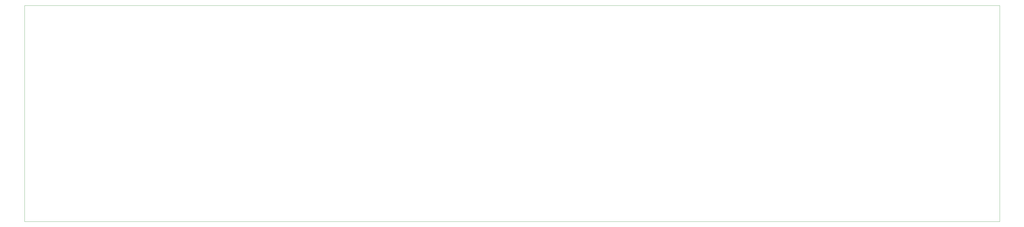
<source format=gbr>
%TF.GenerationSoftware,KiCad,Pcbnew,(5.1.6)-1*%
%TF.CreationDate,2021-05-10T16:49:00-07:00*%
%TF.ProjectId,NiCd Battery Shield - VP400KH,4e694364-2042-4617-9474-657279205368,1*%
%TF.SameCoordinates,Original*%
%TF.FileFunction,Profile,NP*%
%FSLAX46Y46*%
G04 Gerber Fmt 4.6, Leading zero omitted, Abs format (unit mm)*
G04 Created by KiCad (PCBNEW (5.1.6)-1) date 2021-05-10 16:49:00*
%MOMM*%
%LPD*%
G01*
G04 APERTURE LIST*
%TA.AperFunction,Profile*%
%ADD10C,0.050000*%
%TD*%
G04 APERTURE END LIST*
D10*
X40000000Y-120000000D02*
X40000000Y-200000000D01*
X400000000Y-120000000D02*
X40000000Y-120000000D01*
X400000000Y-200000000D02*
X400000000Y-120000000D01*
X40000000Y-200000000D02*
X400000000Y-200000000D01*
M02*

</source>
